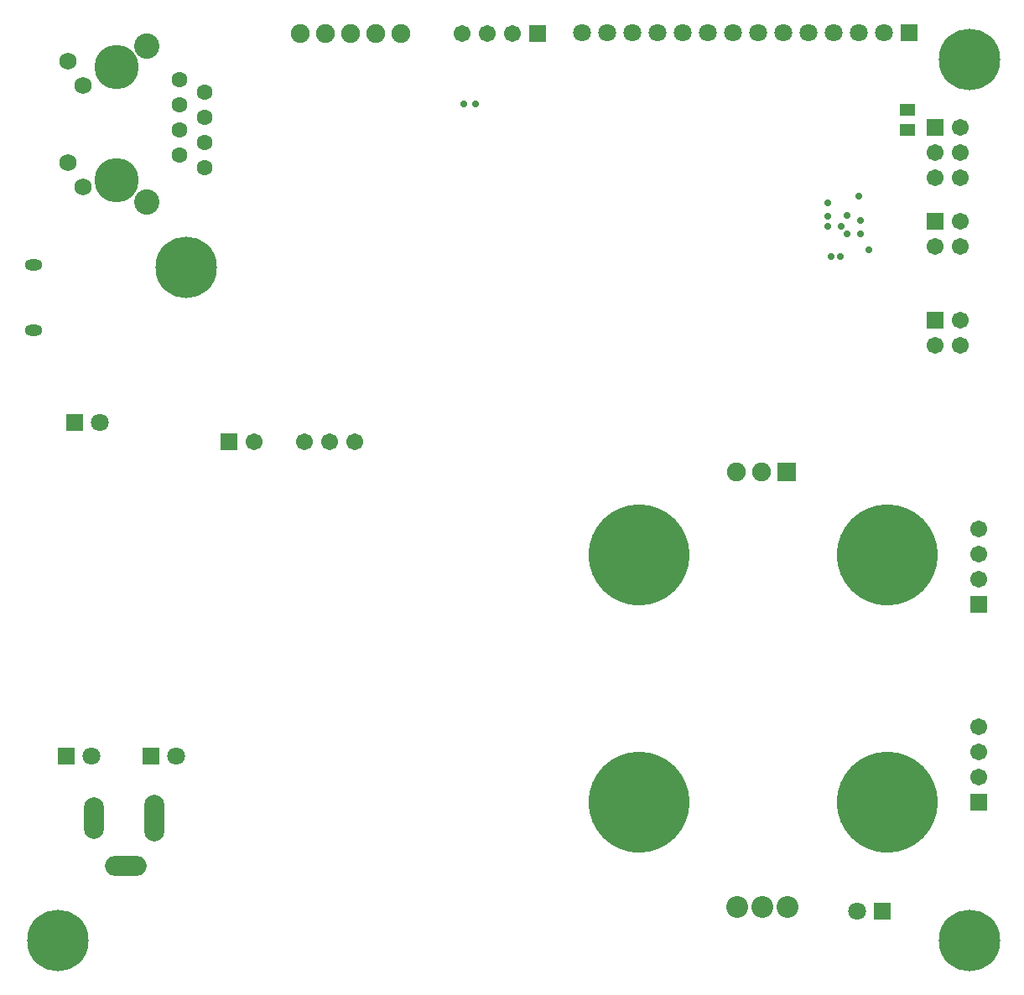
<source format=gbs>
G04*
G04 #@! TF.GenerationSoftware,Altium Limited,Altium Designer,22.2.1 (43)*
G04*
G04 Layer_Color=16711935*
%FSAX24Y24*%
%MOIN*%
G70*
G04*
G04 #@! TF.SameCoordinates,9FECD9A3-9FBE-45D8-96C7-32EA53B7FBE5*
G04*
G04*
G04 #@! TF.FilePolarity,Negative*
G04*
G01*
G75*
%ADD143C,0.1760*%
%ADD144C,0.1007*%
%ADD145C,0.0630*%
%ADD146C,0.0682*%
%ADD147C,0.0710*%
%ADD148R,0.0710X0.0710*%
%ADD149C,0.0867*%
%ADD150C,0.4017*%
%ADD151R,0.0674X0.0674*%
%ADD152C,0.0674*%
%ADD153R,0.0749X0.0749*%
%ADD154C,0.0749*%
%ADD155C,0.2442*%
%ADD156C,0.0671*%
%ADD157R,0.0671X0.0671*%
%ADD158R,0.0671X0.0671*%
%ADD159O,0.0789X0.1852*%
%ADD160O,0.1655X0.0789*%
%ADD161O,0.0789X0.1655*%
%ADD162O,0.0710X0.0434*%
%ADD163C,0.0277*%
%ADD225R,0.0631X0.0454*%
D143*
X019275Y052044D02*
D03*
Y047544D02*
D03*
D144*
X020476Y052894D02*
D03*
Y046694D02*
D03*
D145*
X021775Y051544D02*
D03*
X022775Y048044D02*
D03*
Y051044D02*
D03*
X021775Y048544D02*
D03*
Y050544D02*
D03*
X022775Y049044D02*
D03*
Y050044D02*
D03*
X021775Y049544D02*
D03*
D146*
X017346Y052284D02*
D03*
X017944Y047304D02*
D03*
Y051320D02*
D03*
X017346Y048268D02*
D03*
D147*
X037764Y053440D02*
D03*
X038764D02*
D03*
X042764D02*
D03*
X045764D02*
D03*
X047764D02*
D03*
X049764D02*
D03*
X048764D02*
D03*
X046764D02*
D03*
X044764D02*
D03*
X043764D02*
D03*
X041764D02*
D03*
X040764D02*
D03*
X039764D02*
D03*
X018590Y037940D02*
D03*
X021640Y024650D02*
D03*
X018270D02*
D03*
X048713Y018504D02*
D03*
D148*
X050764Y053440D02*
D03*
X017590Y037940D02*
D03*
X020640Y024650D02*
D03*
X017270D02*
D03*
X049713Y018504D02*
D03*
D149*
X045938Y018676D02*
D03*
X044938D02*
D03*
X043938D02*
D03*
D150*
X040040Y022810D02*
D03*
Y032653D02*
D03*
X049883D02*
D03*
Y022810D02*
D03*
D151*
X023730Y037150D02*
D03*
D152*
X024730D02*
D03*
X026730D02*
D03*
X027730D02*
D03*
X028730D02*
D03*
D153*
X045890Y035960D02*
D03*
D154*
X044890D02*
D03*
X043890D02*
D03*
X029560Y053400D02*
D03*
X026560D02*
D03*
X027560D02*
D03*
X028560D02*
D03*
X030560D02*
D03*
D155*
X016929Y017323D02*
D03*
X053150D02*
D03*
Y052362D02*
D03*
X022047Y044094D02*
D03*
D156*
X033000Y053400D02*
D03*
X034000D02*
D03*
X035000D02*
D03*
X053543Y031709D02*
D03*
Y032709D02*
D03*
Y033709D02*
D03*
Y023835D02*
D03*
Y024835D02*
D03*
Y025835D02*
D03*
X052790Y045914D02*
D03*
X051790Y044914D02*
D03*
X052790D02*
D03*
Y041977D02*
D03*
X051790Y040977D02*
D03*
X052790D02*
D03*
Y047670D02*
D03*
Y048670D02*
D03*
X051790Y047670D02*
D03*
Y048670D02*
D03*
X052790Y049670D02*
D03*
D157*
X036000Y053400D02*
D03*
D158*
X053543Y030709D02*
D03*
Y022835D02*
D03*
X051790Y045914D02*
D03*
Y041977D02*
D03*
Y049670D02*
D03*
D159*
X020762Y022180D02*
D03*
D160*
X019620Y020290D02*
D03*
D161*
X018380Y022180D02*
D03*
D162*
X015955Y044189D02*
D03*
Y041591D02*
D03*
D163*
X033543Y050591D02*
D03*
X033071D02*
D03*
X047528Y046140D02*
D03*
X048288Y046158D02*
D03*
X048780Y046910D02*
D03*
X047520Y045710D02*
D03*
Y046660D02*
D03*
X048050Y045710D02*
D03*
X048295Y045430D02*
D03*
X048820Y045420D02*
D03*
X048830Y045950D02*
D03*
X048032Y044521D02*
D03*
X047660Y044520D02*
D03*
X049160Y044790D02*
D03*
D225*
X050690Y049576D02*
D03*
Y050364D02*
D03*
M02*

</source>
